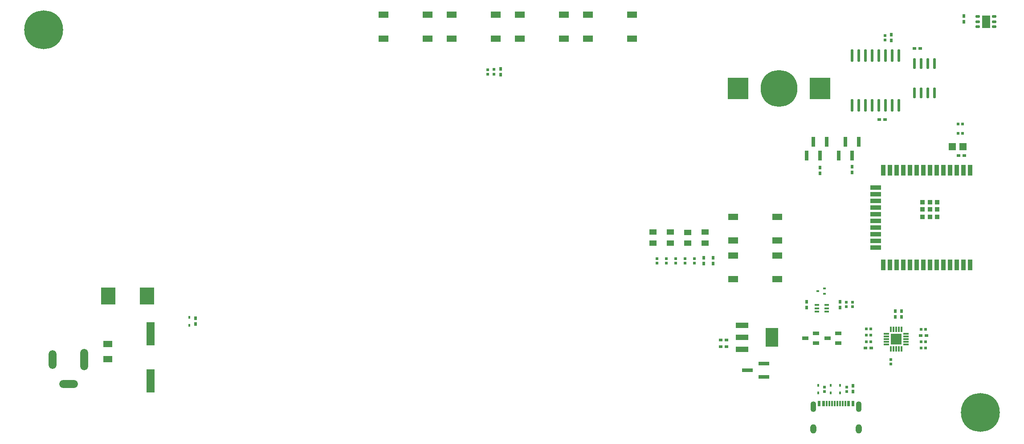
<source format=gts>
G04 #@! TF.GenerationSoftware,KiCad,Pcbnew,7.0.9*
G04 #@! TF.CreationDate,2024-10-07T22:48:35-04:00*
G04 #@! TF.ProjectId,Digital Clock,44696769-7461-46c2-9043-6c6f636b2e6b,rev?*
G04 #@! TF.SameCoordinates,Original*
G04 #@! TF.FileFunction,Soldermask,Top*
G04 #@! TF.FilePolarity,Negative*
%FSLAX46Y46*%
G04 Gerber Fmt 4.6, Leading zero omitted, Abs format (unit mm)*
G04 Created by KiCad (PCBNEW 7.0.9) date 2024-10-07 22:48:35*
%MOMM*%
%LPD*%
G01*
G04 APERTURE LIST*
%ADD10R,1.900000X1.300000*%
%ADD11R,0.540000X0.570000*%
%ADD12R,0.790000X0.540000*%
%ADD13R,2.100000X0.740000*%
%ADD14R,1.730000X1.190000*%
%ADD15O,1.500000X4.100000*%
%ADD16O,1.500000X3.600000*%
%ADD17O,3.600000X1.500000*%
%ADD18R,1.400000X1.000000*%
%ADD19R,0.550000X1.100000*%
%ADD20R,0.300000X1.100000*%
%ADD21O,1.100000X2.000000*%
%ADD22O,1.200000X1.800000*%
%ADD23R,0.570000X0.540000*%
%ADD24R,0.840000X0.320000*%
%ADD25R,0.950000X2.100000*%
%ADD26R,2.100000X0.950000*%
%ADD27R,0.900000X0.900000*%
%ADD28R,0.540000X0.790000*%
%ADD29R,1.250000X0.700000*%
%ADD30R,0.400000X0.600000*%
%ADD31C,4.100000*%
%ADD32C,7.400000*%
%ADD33O,0.570000X2.400000*%
%ADD34R,0.740000X1.900000*%
%ADD35R,1.650000X4.500000*%
%ADD36R,1.500000X2.400000*%
%ADD37O,0.950000X0.560000*%
%ADD38R,3.900000X4.180000*%
%ADD39C,7.000000*%
%ADD40O,0.590000X2.050000*%
%ADD41R,1.410000X1.350000*%
%ADD42R,0.300000X1.000000*%
%ADD43R,1.000000X0.300000*%
%ADD44R,2.150000X2.150000*%
%ADD45R,2.700000X3.300000*%
%ADD46R,0.510000X0.400000*%
%ADD47R,2.470000X0.980000*%
%ADD48R,2.470000X3.600000*%
G04 APERTURE END LIST*
D10*
X129930000Y-68544000D03*
X121530000Y-68544000D03*
X129930000Y-64044000D03*
X121530000Y-64044000D03*
D11*
X210703200Y-119606800D03*
X210703200Y-118746800D03*
D12*
X223538900Y-70448600D03*
X222438900Y-70448600D03*
D13*
X193802600Y-130488600D03*
X190702600Y-131758600D03*
X193802600Y-133028600D03*
D14*
X69088000Y-129646000D03*
X69088000Y-126746000D03*
D11*
X216814400Y-68832200D03*
X216814400Y-67972200D03*
D15*
X64588000Y-129717800D03*
D16*
X58597800Y-129717800D03*
D17*
X61648000Y-134378400D03*
D12*
X185581200Y-127228600D03*
X186681200Y-127228600D03*
D18*
X176032000Y-107535200D03*
X176032000Y-105435200D03*
D11*
X173532800Y-110466400D03*
X173532800Y-111326400D03*
D10*
X168792000Y-68544000D03*
X160392000Y-68544000D03*
X168792000Y-64044000D03*
X160392000Y-64044000D03*
D19*
X204320000Y-138115000D03*
X205120000Y-138115000D03*
D20*
X205770000Y-138115000D03*
X206270000Y-138115000D03*
X206770000Y-138115000D03*
X207270000Y-138115000D03*
X207770000Y-138115000D03*
X208270000Y-138115000D03*
X208770000Y-138115000D03*
X209270000Y-138115000D03*
D19*
X209920000Y-138115000D03*
X210720000Y-138115000D03*
D21*
X203200000Y-138665000D03*
D22*
X203200000Y-142875000D03*
D21*
X211840000Y-138665000D03*
D22*
X211840000Y-142875000D03*
D23*
X231570000Y-86614000D03*
X230710000Y-86614000D03*
D24*
X203890800Y-119288800D03*
X203890800Y-119938800D03*
X203890800Y-120588800D03*
X205790800Y-120588800D03*
X205790800Y-119938800D03*
X205790800Y-119288800D03*
D25*
X233052500Y-93627000D03*
X231782500Y-93627000D03*
X230512500Y-93627000D03*
X229242500Y-93627000D03*
X227972500Y-93627000D03*
X226702500Y-93627000D03*
X225432500Y-93627000D03*
X224162500Y-93627000D03*
X222892500Y-93627000D03*
X221622500Y-93627000D03*
X220352500Y-93627000D03*
X219082500Y-93627000D03*
X217812500Y-93627000D03*
X216542500Y-93627000D03*
D26*
X215052500Y-96917000D03*
X215052500Y-98187000D03*
X215052500Y-99457000D03*
X215052500Y-100727000D03*
X215052500Y-101997000D03*
X215052500Y-103267000D03*
X215052500Y-104537000D03*
X215052500Y-105807000D03*
X215052500Y-107077000D03*
X215052500Y-108347000D03*
D25*
X216542500Y-111627000D03*
X217812500Y-111627000D03*
X219082500Y-111627000D03*
X220352500Y-111627000D03*
X221622500Y-111627000D03*
X222892500Y-111627000D03*
X224162500Y-111627000D03*
X225432500Y-111627000D03*
X226702500Y-111627000D03*
X227972500Y-111627000D03*
X229242500Y-111627000D03*
X230512500Y-111627000D03*
X231782500Y-111627000D03*
X233052500Y-111627000D03*
D27*
X226772500Y-102527000D03*
X226772500Y-101127000D03*
X226772500Y-99727000D03*
X225372500Y-102527000D03*
X225372500Y-101127000D03*
X225372500Y-99727000D03*
X223972500Y-102527000D03*
X223972500Y-101127000D03*
X223972500Y-99727000D03*
D12*
X230793200Y-90805000D03*
X231893200Y-90805000D03*
D10*
X142884000Y-68544000D03*
X134484000Y-68544000D03*
X142884000Y-64044000D03*
X134484000Y-64044000D03*
D28*
X201970600Y-118728400D03*
X201970600Y-119828400D03*
D18*
X182636000Y-107535200D03*
X182636000Y-105435200D03*
D11*
X178816000Y-110459800D03*
X178816000Y-111319800D03*
D29*
X207913700Y-126598000D03*
X207913700Y-124698000D03*
X205913700Y-125648000D03*
D10*
X155838000Y-68544000D03*
X147438000Y-68544000D03*
X155838000Y-64044000D03*
X147438000Y-64044000D03*
D11*
X209524600Y-134952000D03*
X209524600Y-135812000D03*
D30*
X84582000Y-121678000D03*
X84582000Y-123178000D03*
X206502000Y-134581200D03*
X206502000Y-136081200D03*
D11*
X180594000Y-110466400D03*
X180594000Y-111326400D03*
D31*
X56946800Y-66903600D03*
D32*
X56946800Y-66903600D03*
D28*
X85775800Y-122927200D03*
X85775800Y-121827200D03*
X143738600Y-75403800D03*
X143738600Y-74303800D03*
D31*
X234924600Y-139750800D03*
D32*
X234924600Y-139750800D03*
D28*
X231819300Y-64220000D03*
X231819300Y-65320000D03*
X210566000Y-94072800D03*
X210566000Y-92972800D03*
D23*
X214108000Y-126302400D03*
X213248000Y-126302400D03*
D33*
X219449700Y-71754800D03*
X218179700Y-71754800D03*
X216909700Y-71754800D03*
X215629700Y-71754800D03*
X214369700Y-71754800D03*
X213099700Y-71754800D03*
X211829700Y-71754800D03*
X210559700Y-71754800D03*
X210559700Y-81254800D03*
X211829700Y-81254800D03*
X213099700Y-81254800D03*
X214369700Y-81254800D03*
X215629700Y-81254800D03*
X216909700Y-81254800D03*
X218179700Y-81254800D03*
X219449700Y-81254800D03*
D12*
X215756400Y-83997800D03*
X216856400Y-83997800D03*
D28*
X184150000Y-111446400D03*
X184150000Y-110346400D03*
X218059000Y-68901400D03*
X218059000Y-67801400D03*
D34*
X211836000Y-88214200D03*
X210566000Y-90814200D03*
X209306000Y-88214200D03*
X208036000Y-90814200D03*
D35*
X77216000Y-124786000D03*
X77216000Y-133786000D03*
D36*
X236042200Y-65328800D03*
D37*
X234492200Y-66328800D03*
X234492200Y-65328800D03*
X234492200Y-64328800D03*
X237592200Y-64328800D03*
X237592200Y-65328800D03*
X237592200Y-66328800D03*
D34*
X205740000Y-88230400D03*
X204470000Y-90830400D03*
X203210000Y-88230400D03*
X201940000Y-90830400D03*
D38*
X188897600Y-78079600D03*
X204497600Y-78079600D03*
D39*
X196697600Y-78079600D03*
D40*
X222442900Y-78868400D03*
X223722900Y-78868400D03*
X224982900Y-78868400D03*
X226252900Y-78868400D03*
X226252900Y-73328400D03*
X224982900Y-73328400D03*
X223722900Y-73328400D03*
X222442900Y-73328400D03*
D28*
X218822400Y-120438600D03*
X218822400Y-121538600D03*
D41*
X231632000Y-89179400D03*
X229632000Y-89179400D03*
D18*
X179334000Y-107552000D03*
X179334000Y-105452000D03*
D28*
X210743800Y-134730400D03*
X210743800Y-135830400D03*
D11*
X142494000Y-75309200D03*
X142494000Y-74449200D03*
D12*
X213126200Y-127521600D03*
X214226200Y-127521600D03*
D11*
X177038000Y-110466400D03*
X177038000Y-111326400D03*
X205333600Y-134952000D03*
X205333600Y-135812000D03*
X141325600Y-75334600D03*
X141325600Y-74474600D03*
D42*
X217940000Y-127635000D03*
X218440000Y-127635000D03*
X218940000Y-127635000D03*
X219440000Y-127635000D03*
X219940000Y-127635000D03*
D43*
X220790000Y-126785000D03*
X220790000Y-126285000D03*
X220790000Y-125785000D03*
X220790000Y-125285000D03*
X220790000Y-124785000D03*
D42*
X219940000Y-123935000D03*
X219440000Y-123935000D03*
X218940000Y-123935000D03*
X218440000Y-123935000D03*
X217940000Y-123935000D03*
D43*
X217090000Y-124785000D03*
X217090000Y-125285000D03*
X217090000Y-125785000D03*
X217090000Y-126285000D03*
X217090000Y-126785000D03*
D44*
X218940000Y-125785000D03*
D23*
X224523800Y-123940200D03*
X223663800Y-123940200D03*
D12*
X185581200Y-125984000D03*
X186681200Y-125984000D03*
D11*
X209499200Y-119606800D03*
X209499200Y-118746800D03*
D12*
X224692800Y-125134000D03*
X223592800Y-125134000D03*
D10*
X187976400Y-109885600D03*
X196376400Y-109885600D03*
X187976400Y-114385600D03*
X196376400Y-114385600D03*
D28*
X204520800Y-94225200D03*
X204520800Y-93125200D03*
D30*
X204139800Y-134581200D03*
X204139800Y-136081200D03*
D45*
X76588000Y-117602000D03*
X69208000Y-117602000D03*
D46*
X205323200Y-117136800D03*
X205323200Y-116136800D03*
X204023200Y-116636800D03*
D30*
X208330800Y-134581200D03*
X208330800Y-136081200D03*
D28*
X219990800Y-120438600D03*
X219990800Y-121538600D03*
D23*
X224547400Y-127521600D03*
X223687400Y-127521600D03*
X214108000Y-125083200D03*
X213248000Y-125083200D03*
D10*
X196376400Y-107035600D03*
X187976400Y-107035600D03*
X196376400Y-102535600D03*
X187976400Y-102535600D03*
D28*
X208295200Y-118677600D03*
X208295200Y-119777600D03*
D11*
X175260000Y-110466400D03*
X175260000Y-111326400D03*
D18*
X172730000Y-107543600D03*
X172730000Y-105443600D03*
D23*
X224547400Y-126327800D03*
X223687400Y-126327800D03*
D28*
X182372000Y-111446400D03*
X182372000Y-110346400D03*
D23*
X213273400Y-123864000D03*
X214133400Y-123864000D03*
D47*
X189702000Y-123176000D03*
X189702000Y-125476000D03*
X189702000Y-127776000D03*
D48*
X195362000Y-125476000D03*
D29*
X203705200Y-126595000D03*
X203705200Y-124695000D03*
X201705200Y-125645000D03*
D11*
X217970600Y-130591400D03*
X217970600Y-129731400D03*
D23*
X231570000Y-84836000D03*
X230710000Y-84836000D03*
M02*

</source>
